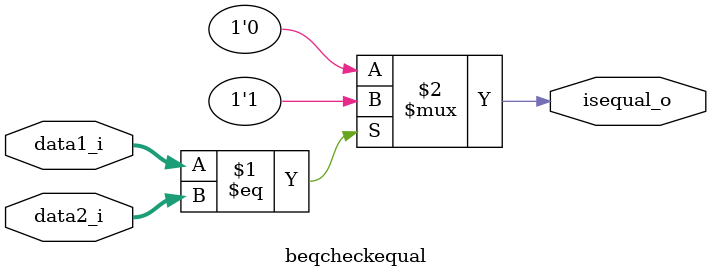
<source format=v>
module beqcheckequal (
    data1_i,
    data2_i,
    isequal_o
);

input [31:0]  data1_i, data2_i;
output	isequal_o;

assign	isequal_o= (data1_i==data2_i)? 1'b1: 1'b0;
   

endmodule
</source>
